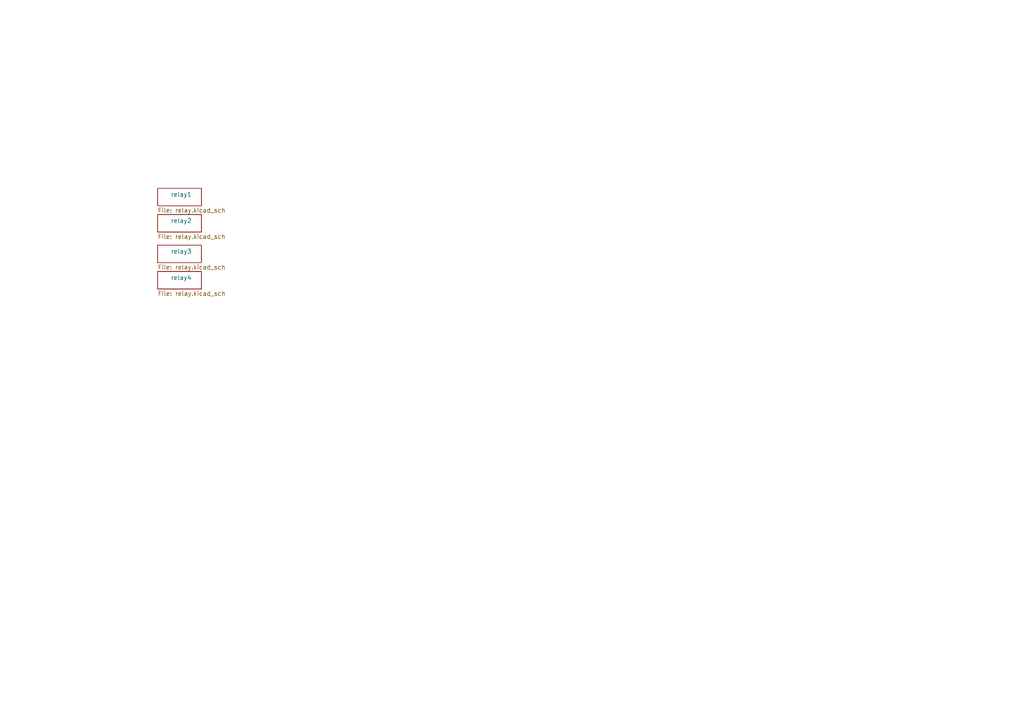
<source format=kicad_sch>
(kicad_sch
	(version 20231120)
	(generator "eeschema")
	(generator_version "8.0")
	(uuid "e7280eb5-1386-47ea-974c-c755a08b04e7")
	(paper "A4")
	(lib_symbols)
	(sheet
		(at 45.72 54.61)
		(size 12.7 5.08)
		(stroke
			(width 0.1524)
			(type solid)
		)
		(fill
			(color 0 0 0 0.0000)
		)
		(uuid "41bba28a-ec8f-4007-b6c6-6cd3fe4f31f4")
		(property "Sheetname" "relay1"
			(at 49.53 57.15 0)
			(effects
				(font
					(size 1.27 1.27)
				)
				(justify left bottom)
			)
		)
		(property "Sheetfile" "relay.kicad_sch"
			(at 45.72 60.2746 0)
			(effects
				(font
					(size 1.27 1.27)
				)
				(justify left top)
			)
		)
		(instances
			(project "Mk2-relayExtensionTHT"
				(path "/e7280eb5-1386-47ea-974c-c755a08b04e7"
					(page "2")
				)
			)
		)
	)
	(sheet
		(at 45.72 71.12)
		(size 12.7 5.08)
		(stroke
			(width 0.1524)
			(type solid)
		)
		(fill
			(color 0 0 0 0.0000)
		)
		(uuid "5b58b096-6dbe-4801-824f-a9589771fa81")
		(property "Sheetname" "relay3"
			(at 49.53 73.66 0)
			(effects
				(font
					(size 1.27 1.27)
				)
				(justify left bottom)
			)
		)
		(property "Sheetfile" "relay.kicad_sch"
			(at 45.72 76.7846 0)
			(effects
				(font
					(size 1.27 1.27)
				)
				(justify left top)
			)
		)
		(instances
			(project "Mk2-relayExtensionTHT"
				(path "/e7280eb5-1386-47ea-974c-c755a08b04e7"
					(page "4")
				)
			)
		)
	)
	(sheet
		(at 45.72 78.74)
		(size 12.7 5.08)
		(stroke
			(width 0.1524)
			(type solid)
		)
		(fill
			(color 0 0 0 0.0000)
		)
		(uuid "8ed02587-de5d-4e4c-b198-ec2f04219e8a")
		(property "Sheetname" "relay4"
			(at 49.53 81.28 0)
			(effects
				(font
					(size 1.27 1.27)
				)
				(justify left bottom)
			)
		)
		(property "Sheetfile" "relay.kicad_sch"
			(at 45.72 84.4046 0)
			(effects
				(font
					(size 1.27 1.27)
				)
				(justify left top)
			)
		)
		(instances
			(project "Mk2-relayExtensionTHT"
				(path "/e7280eb5-1386-47ea-974c-c755a08b04e7"
					(page "5")
				)
			)
		)
	)
	(sheet
		(at 45.72 62.23)
		(size 12.7 5.08)
		(stroke
			(width 0.1524)
			(type solid)
		)
		(fill
			(color 0 0 0 0.0000)
		)
		(uuid "991e30e4-9d55-4765-b468-3531f42cf09b")
		(property "Sheetname" "relay2"
			(at 49.53 64.77 0)
			(effects
				(font
					(size 1.27 1.27)
				)
				(justify left bottom)
			)
		)
		(property "Sheetfile" "relay.kicad_sch"
			(at 45.72 67.8946 0)
			(effects
				(font
					(size 1.27 1.27)
				)
				(justify left top)
			)
		)
		(instances
			(project "Mk2-relayExtensionTHT"
				(path "/e7280eb5-1386-47ea-974c-c755a08b04e7"
					(page "3")
				)
			)
		)
	)
	(sheet_instances
		(path "/"
			(page "1")
		)
	)
)

</source>
